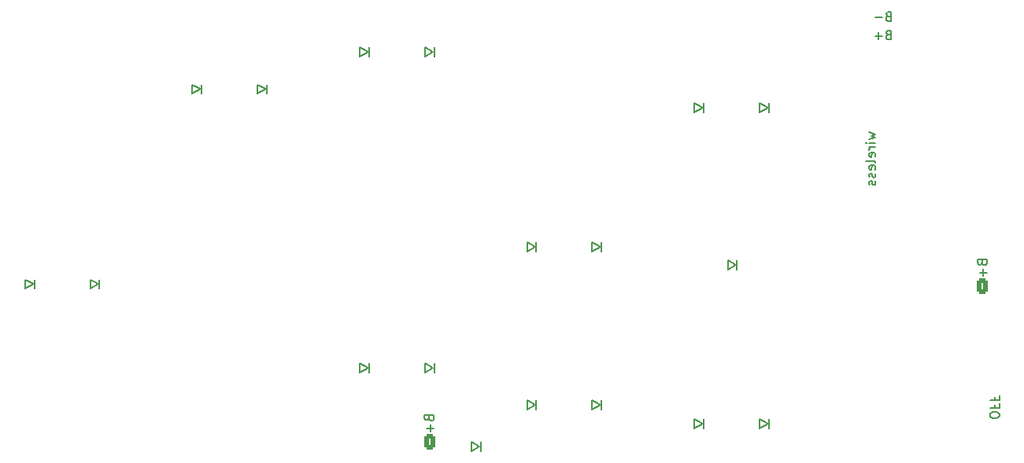
<source format=gbo>
%TF.GenerationSoftware,KiCad,Pcbnew,7.0.1*%
%TF.CreationDate,2023-08-18T18:47:56+06:00*%
%TF.ProjectId,pcb,7063622e-6b69-4636-9164-5f7063625858,rev?*%
%TF.SameCoordinates,Original*%
%TF.FileFunction,Legend,Bot*%
%TF.FilePolarity,Positive*%
%FSLAX46Y46*%
G04 Gerber Fmt 4.6, Leading zero omitted, Abs format (unit mm)*
G04 Created by KiCad (PCBNEW 7.0.1) date 2023-08-18 18:47:56*
%MOMM*%
%LPD*%
G01*
G04 APERTURE LIST*
G04 Aperture macros list*
%AMRoundRect*
0 Rectangle with rounded corners*
0 $1 Rounding radius*
0 $2 $3 $4 $5 $6 $7 $8 $9 X,Y pos of 4 corners*
0 Add a 4 corners polygon primitive as box body*
4,1,4,$2,$3,$4,$5,$6,$7,$8,$9,$2,$3,0*
0 Add four circle primitives for the rounded corners*
1,1,$1+$1,$2,$3*
1,1,$1+$1,$4,$5*
1,1,$1+$1,$6,$7*
1,1,$1+$1,$8,$9*
0 Add four rect primitives between the rounded corners*
20,1,$1+$1,$2,$3,$4,$5,0*
20,1,$1+$1,$4,$5,$6,$7,0*
20,1,$1+$1,$6,$7,$8,$9,0*
20,1,$1+$1,$8,$9,$2,$3,0*%
G04 Aperture macros list end*
%ADD10C,0.150000*%
%ADD11C,0.500000*%
%ADD12C,1.700000*%
%ADD13C,3.400000*%
%ADD14C,2.000000*%
%ADD15R,1.300000X0.950000*%
%ADD16C,1.200000*%
%ADD17O,2.500000X1.700000*%
%ADD18RoundRect,0.250000X0.350000X0.625000X-0.350000X0.625000X-0.350000X-0.625000X0.350000X-0.625000X0*%
%ADD19O,1.200000X1.750000*%
%ADD20C,0.900000*%
%ADD21C,1.397000*%
%ADD22R,0.800000X1.000000*%
%ADD23R,1.500000X0.700000*%
%ADD24O,2.750000X1.800000*%
G04 APERTURE END LIST*
D10*
X179287380Y-100702380D02*
X179287380Y-100511904D01*
X179287380Y-100511904D02*
X179239761Y-100416666D01*
X179239761Y-100416666D02*
X179144523Y-100321428D01*
X179144523Y-100321428D02*
X178954047Y-100273809D01*
X178954047Y-100273809D02*
X178620714Y-100273809D01*
X178620714Y-100273809D02*
X178430238Y-100321428D01*
X178430238Y-100321428D02*
X178335000Y-100416666D01*
X178335000Y-100416666D02*
X178287380Y-100511904D01*
X178287380Y-100511904D02*
X178287380Y-100702380D01*
X178287380Y-100702380D02*
X178335000Y-100797618D01*
X178335000Y-100797618D02*
X178430238Y-100892856D01*
X178430238Y-100892856D02*
X178620714Y-100940475D01*
X178620714Y-100940475D02*
X178954047Y-100940475D01*
X178954047Y-100940475D02*
X179144523Y-100892856D01*
X179144523Y-100892856D02*
X179239761Y-100797618D01*
X179239761Y-100797618D02*
X179287380Y-100702380D01*
X178811190Y-99511904D02*
X178811190Y-99845237D01*
X178287380Y-99845237D02*
X179287380Y-99845237D01*
X179287380Y-99845237D02*
X179287380Y-99369047D01*
X178811190Y-98654761D02*
X178811190Y-98988094D01*
X178287380Y-98988094D02*
X179287380Y-98988094D01*
X179287380Y-98988094D02*
X179287380Y-98511904D01*
X165295952Y-70142857D02*
X165962619Y-70333333D01*
X165962619Y-70333333D02*
X165486428Y-70523809D01*
X165486428Y-70523809D02*
X165962619Y-70714285D01*
X165962619Y-70714285D02*
X165295952Y-70904761D01*
X165962619Y-71285714D02*
X165295952Y-71285714D01*
X164962619Y-71285714D02*
X165010238Y-71238095D01*
X165010238Y-71238095D02*
X165057857Y-71285714D01*
X165057857Y-71285714D02*
X165010238Y-71333333D01*
X165010238Y-71333333D02*
X164962619Y-71285714D01*
X164962619Y-71285714D02*
X165057857Y-71285714D01*
X165962619Y-71761904D02*
X165295952Y-71761904D01*
X165486428Y-71761904D02*
X165391190Y-71809523D01*
X165391190Y-71809523D02*
X165343571Y-71857142D01*
X165343571Y-71857142D02*
X165295952Y-71952380D01*
X165295952Y-71952380D02*
X165295952Y-72047618D01*
X165915000Y-72761904D02*
X165962619Y-72666666D01*
X165962619Y-72666666D02*
X165962619Y-72476190D01*
X165962619Y-72476190D02*
X165915000Y-72380952D01*
X165915000Y-72380952D02*
X165819761Y-72333333D01*
X165819761Y-72333333D02*
X165438809Y-72333333D01*
X165438809Y-72333333D02*
X165343571Y-72380952D01*
X165343571Y-72380952D02*
X165295952Y-72476190D01*
X165295952Y-72476190D02*
X165295952Y-72666666D01*
X165295952Y-72666666D02*
X165343571Y-72761904D01*
X165343571Y-72761904D02*
X165438809Y-72809523D01*
X165438809Y-72809523D02*
X165534047Y-72809523D01*
X165534047Y-72809523D02*
X165629285Y-72333333D01*
X165962619Y-73380952D02*
X165915000Y-73285714D01*
X165915000Y-73285714D02*
X165819761Y-73238095D01*
X165819761Y-73238095D02*
X164962619Y-73238095D01*
X165915000Y-74142857D02*
X165962619Y-74047619D01*
X165962619Y-74047619D02*
X165962619Y-73857143D01*
X165962619Y-73857143D02*
X165915000Y-73761905D01*
X165915000Y-73761905D02*
X165819761Y-73714286D01*
X165819761Y-73714286D02*
X165438809Y-73714286D01*
X165438809Y-73714286D02*
X165343571Y-73761905D01*
X165343571Y-73761905D02*
X165295952Y-73857143D01*
X165295952Y-73857143D02*
X165295952Y-74047619D01*
X165295952Y-74047619D02*
X165343571Y-74142857D01*
X165343571Y-74142857D02*
X165438809Y-74190476D01*
X165438809Y-74190476D02*
X165534047Y-74190476D01*
X165534047Y-74190476D02*
X165629285Y-73714286D01*
X165915000Y-74571429D02*
X165962619Y-74666667D01*
X165962619Y-74666667D02*
X165962619Y-74857143D01*
X165962619Y-74857143D02*
X165915000Y-74952381D01*
X165915000Y-74952381D02*
X165819761Y-75000000D01*
X165819761Y-75000000D02*
X165772142Y-75000000D01*
X165772142Y-75000000D02*
X165676904Y-74952381D01*
X165676904Y-74952381D02*
X165629285Y-74857143D01*
X165629285Y-74857143D02*
X165629285Y-74714286D01*
X165629285Y-74714286D02*
X165581666Y-74619048D01*
X165581666Y-74619048D02*
X165486428Y-74571429D01*
X165486428Y-74571429D02*
X165438809Y-74571429D01*
X165438809Y-74571429D02*
X165343571Y-74619048D01*
X165343571Y-74619048D02*
X165295952Y-74714286D01*
X165295952Y-74714286D02*
X165295952Y-74857143D01*
X165295952Y-74857143D02*
X165343571Y-74952381D01*
X165915000Y-75380953D02*
X165962619Y-75476191D01*
X165962619Y-75476191D02*
X165962619Y-75666667D01*
X165962619Y-75666667D02*
X165915000Y-75761905D01*
X165915000Y-75761905D02*
X165819761Y-75809524D01*
X165819761Y-75809524D02*
X165772142Y-75809524D01*
X165772142Y-75809524D02*
X165676904Y-75761905D01*
X165676904Y-75761905D02*
X165629285Y-75666667D01*
X165629285Y-75666667D02*
X165629285Y-75523810D01*
X165629285Y-75523810D02*
X165581666Y-75428572D01*
X165581666Y-75428572D02*
X165486428Y-75380953D01*
X165486428Y-75380953D02*
X165438809Y-75380953D01*
X165438809Y-75380953D02*
X165343571Y-75428572D01*
X165343571Y-75428572D02*
X165295952Y-75523810D01*
X165295952Y-75523810D02*
X165295952Y-75666667D01*
X165295952Y-75666667D02*
X165343571Y-75761905D01*
X117938809Y-100952381D02*
X117986428Y-101095238D01*
X117986428Y-101095238D02*
X118034047Y-101142857D01*
X118034047Y-101142857D02*
X118129285Y-101190476D01*
X118129285Y-101190476D02*
X118272142Y-101190476D01*
X118272142Y-101190476D02*
X118367380Y-101142857D01*
X118367380Y-101142857D02*
X118415000Y-101095238D01*
X118415000Y-101095238D02*
X118462619Y-101000000D01*
X118462619Y-101000000D02*
X118462619Y-100619048D01*
X118462619Y-100619048D02*
X117462619Y-100619048D01*
X117462619Y-100619048D02*
X117462619Y-100952381D01*
X117462619Y-100952381D02*
X117510238Y-101047619D01*
X117510238Y-101047619D02*
X117557857Y-101095238D01*
X117557857Y-101095238D02*
X117653095Y-101142857D01*
X117653095Y-101142857D02*
X117748333Y-101142857D01*
X117748333Y-101142857D02*
X117843571Y-101095238D01*
X117843571Y-101095238D02*
X117891190Y-101047619D01*
X117891190Y-101047619D02*
X117938809Y-100952381D01*
X117938809Y-100952381D02*
X117938809Y-100619048D01*
X118081666Y-101619048D02*
X118081666Y-102380953D01*
X118462619Y-102000000D02*
X117700714Y-102000000D01*
X167347618Y-59638809D02*
X167204761Y-59686428D01*
X167204761Y-59686428D02*
X167157142Y-59734047D01*
X167157142Y-59734047D02*
X167109523Y-59829285D01*
X167109523Y-59829285D02*
X167109523Y-59972142D01*
X167109523Y-59972142D02*
X167157142Y-60067380D01*
X167157142Y-60067380D02*
X167204761Y-60115000D01*
X167204761Y-60115000D02*
X167299999Y-60162619D01*
X167299999Y-60162619D02*
X167680951Y-60162619D01*
X167680951Y-60162619D02*
X167680951Y-59162619D01*
X167680951Y-59162619D02*
X167347618Y-59162619D01*
X167347618Y-59162619D02*
X167252380Y-59210238D01*
X167252380Y-59210238D02*
X167204761Y-59257857D01*
X167204761Y-59257857D02*
X167157142Y-59353095D01*
X167157142Y-59353095D02*
X167157142Y-59448333D01*
X167157142Y-59448333D02*
X167204761Y-59543571D01*
X167204761Y-59543571D02*
X167252380Y-59591190D01*
X167252380Y-59591190D02*
X167347618Y-59638809D01*
X167347618Y-59638809D02*
X167680951Y-59638809D01*
X166680951Y-59781666D02*
X165919047Y-59781666D01*
X166299999Y-60162619D02*
X166299999Y-59400714D01*
X167347618Y-57638809D02*
X167204761Y-57686428D01*
X167204761Y-57686428D02*
X167157142Y-57734047D01*
X167157142Y-57734047D02*
X167109523Y-57829285D01*
X167109523Y-57829285D02*
X167109523Y-57972142D01*
X167109523Y-57972142D02*
X167157142Y-58067380D01*
X167157142Y-58067380D02*
X167204761Y-58115000D01*
X167204761Y-58115000D02*
X167299999Y-58162619D01*
X167299999Y-58162619D02*
X167680951Y-58162619D01*
X167680951Y-58162619D02*
X167680951Y-57162619D01*
X167680951Y-57162619D02*
X167347618Y-57162619D01*
X167347618Y-57162619D02*
X167252380Y-57210238D01*
X167252380Y-57210238D02*
X167204761Y-57257857D01*
X167204761Y-57257857D02*
X167157142Y-57353095D01*
X167157142Y-57353095D02*
X167157142Y-57448333D01*
X167157142Y-57448333D02*
X167204761Y-57543571D01*
X167204761Y-57543571D02*
X167252380Y-57591190D01*
X167252380Y-57591190D02*
X167347618Y-57638809D01*
X167347618Y-57638809D02*
X167680951Y-57638809D01*
X166680951Y-57781666D02*
X165919047Y-57781666D01*
X177438809Y-84202381D02*
X177486428Y-84345238D01*
X177486428Y-84345238D02*
X177534047Y-84392857D01*
X177534047Y-84392857D02*
X177629285Y-84440476D01*
X177629285Y-84440476D02*
X177772142Y-84440476D01*
X177772142Y-84440476D02*
X177867380Y-84392857D01*
X177867380Y-84392857D02*
X177915000Y-84345238D01*
X177915000Y-84345238D02*
X177962619Y-84250000D01*
X177962619Y-84250000D02*
X177962619Y-83869048D01*
X177962619Y-83869048D02*
X176962619Y-83869048D01*
X176962619Y-83869048D02*
X176962619Y-84202381D01*
X176962619Y-84202381D02*
X177010238Y-84297619D01*
X177010238Y-84297619D02*
X177057857Y-84345238D01*
X177057857Y-84345238D02*
X177153095Y-84392857D01*
X177153095Y-84392857D02*
X177248333Y-84392857D01*
X177248333Y-84392857D02*
X177343571Y-84345238D01*
X177343571Y-84345238D02*
X177391190Y-84297619D01*
X177391190Y-84297619D02*
X177438809Y-84202381D01*
X177438809Y-84202381D02*
X177438809Y-83869048D01*
X177581666Y-84869048D02*
X177581666Y-85630953D01*
X177962619Y-85250000D02*
X177200714Y-85250000D01*
X129500000Y-83000000D02*
X129500000Y-82000000D01*
X129400000Y-82500000D02*
X128500000Y-83000000D01*
X128500000Y-83000000D02*
X128500000Y-82000000D01*
X128500000Y-82000000D02*
X129400000Y-82500000D01*
X154500000Y-68000000D02*
X154500000Y-67000000D01*
X154400000Y-67500000D02*
X153500000Y-68000000D01*
X153500000Y-68000000D02*
X153500000Y-67000000D01*
X153500000Y-67000000D02*
X154400000Y-67500000D01*
X147500000Y-68000000D02*
X147500000Y-67000000D01*
X147400000Y-67500000D02*
X146500000Y-68000000D01*
X146500000Y-68000000D02*
X146500000Y-67000000D01*
X146500000Y-67000000D02*
X147400000Y-67500000D01*
X154500000Y-102000000D02*
X154500000Y-101000000D01*
X154400000Y-101500000D02*
X153500000Y-102000000D01*
X153500000Y-102000000D02*
X153500000Y-101000000D01*
X153500000Y-101000000D02*
X154400000Y-101500000D01*
X136500000Y-100000000D02*
X136500000Y-99000000D01*
X136400000Y-99500000D02*
X135500000Y-100000000D01*
X135500000Y-100000000D02*
X135500000Y-99000000D01*
X135500000Y-99000000D02*
X136400000Y-99500000D01*
X151080000Y-84940000D02*
X151080000Y-83940000D01*
X150980000Y-84440000D02*
X150080000Y-84940000D01*
X150080000Y-84940000D02*
X150080000Y-83940000D01*
X150080000Y-83940000D02*
X150980000Y-84440000D01*
X147500000Y-102000000D02*
X147500000Y-101000000D01*
X147400000Y-101500000D02*
X146500000Y-102000000D01*
X146500000Y-102000000D02*
X146500000Y-101000000D01*
X146500000Y-101000000D02*
X147400000Y-101500000D01*
X123500000Y-104500000D02*
X123500000Y-103500000D01*
X123400000Y-104000000D02*
X122500000Y-104500000D01*
X122500000Y-104500000D02*
X122500000Y-103500000D01*
X122500000Y-103500000D02*
X123400000Y-104000000D01*
X111500000Y-96000000D02*
X111500000Y-95000000D01*
X111400000Y-95500000D02*
X110500000Y-96000000D01*
X110500000Y-96000000D02*
X110500000Y-95000000D01*
X110500000Y-95000000D02*
X111400000Y-95500000D01*
X111500000Y-62000000D02*
X111500000Y-61000000D01*
X111400000Y-61500000D02*
X110500000Y-62000000D01*
X110500000Y-62000000D02*
X110500000Y-61000000D01*
X110500000Y-61000000D02*
X111400000Y-61500000D01*
X118500000Y-96000000D02*
X118500000Y-95000000D01*
X118400000Y-95500000D02*
X117500000Y-96000000D01*
X117500000Y-96000000D02*
X117500000Y-95000000D01*
X117500000Y-95000000D02*
X118400000Y-95500000D01*
X118500000Y-62000000D02*
X118500000Y-61000000D01*
X118400000Y-61500000D02*
X117500000Y-62000000D01*
X117500000Y-62000000D02*
X117500000Y-61000000D01*
X117500000Y-61000000D02*
X118400000Y-61500000D01*
X129500000Y-100000000D02*
X129500000Y-99000000D01*
X129400000Y-99500000D02*
X128500000Y-100000000D01*
X128500000Y-100000000D02*
X128500000Y-99000000D01*
X128500000Y-99000000D02*
X129400000Y-99500000D01*
X82500000Y-87000000D02*
X82500000Y-86000000D01*
X82400000Y-86500000D02*
X81500000Y-87000000D01*
X81500000Y-87000000D02*
X81500000Y-86000000D01*
X81500000Y-86000000D02*
X82400000Y-86500000D01*
X75500000Y-87000000D02*
X75500000Y-86000000D01*
X75400000Y-86500000D02*
X74500000Y-87000000D01*
X74500000Y-87000000D02*
X74500000Y-86000000D01*
X74500000Y-86000000D02*
X75400000Y-86500000D01*
X100500000Y-66000000D02*
X100500000Y-65000000D01*
X100400000Y-65500000D02*
X99500000Y-66000000D01*
X99500000Y-66000000D02*
X99500000Y-65000000D01*
X99500000Y-65000000D02*
X100400000Y-65500000D01*
X93500000Y-66000000D02*
X93500000Y-65000000D01*
X93400000Y-65500000D02*
X92500000Y-66000000D01*
X92500000Y-66000000D02*
X92500000Y-65000000D01*
X92500000Y-65000000D02*
X93400000Y-65500000D01*
X136500000Y-83000000D02*
X136500000Y-82000000D01*
X136400000Y-82500000D02*
X135500000Y-83000000D01*
X135500000Y-83000000D02*
X135500000Y-82000000D01*
X135500000Y-82000000D02*
X136400000Y-82500000D01*
%LPC*%
D11*
X167210000Y-90225000D02*
X165540000Y-88075000D01*
X167210000Y-90225000D02*
X167210000Y-86325000D01*
X165540000Y-88075000D02*
X169140000Y-88045000D01*
X168240000Y-90245000D02*
X168240000Y-86345000D01*
D10*
X85589523Y-53140000D02*
X85446666Y-53187619D01*
X85446666Y-53187619D02*
X85208571Y-53187619D01*
X85208571Y-53187619D02*
X85113333Y-53140000D01*
X85113333Y-53140000D02*
X85065714Y-53092380D01*
X85065714Y-53092380D02*
X85018095Y-52997142D01*
X85018095Y-52997142D02*
X85018095Y-52901904D01*
X85018095Y-52901904D02*
X85065714Y-52806666D01*
X85065714Y-52806666D02*
X85113333Y-52759047D01*
X85113333Y-52759047D02*
X85208571Y-52711428D01*
X85208571Y-52711428D02*
X85399047Y-52663809D01*
X85399047Y-52663809D02*
X85494285Y-52616190D01*
X85494285Y-52616190D02*
X85541904Y-52568571D01*
X85541904Y-52568571D02*
X85589523Y-52473333D01*
X85589523Y-52473333D02*
X85589523Y-52378095D01*
X85589523Y-52378095D02*
X85541904Y-52282857D01*
X85541904Y-52282857D02*
X85494285Y-52235238D01*
X85494285Y-52235238D02*
X85399047Y-52187619D01*
X85399047Y-52187619D02*
X85160952Y-52187619D01*
X85160952Y-52187619D02*
X85018095Y-52235238D01*
X84589523Y-53187619D02*
X84589523Y-52187619D01*
X84589523Y-52663809D02*
X84018095Y-52663809D01*
X84018095Y-53187619D02*
X84018095Y-52187619D01*
X83351428Y-52187619D02*
X83160952Y-52187619D01*
X83160952Y-52187619D02*
X83065714Y-52235238D01*
X83065714Y-52235238D02*
X82970476Y-52330476D01*
X82970476Y-52330476D02*
X82922857Y-52520952D01*
X82922857Y-52520952D02*
X82922857Y-52854285D01*
X82922857Y-52854285D02*
X82970476Y-53044761D01*
X82970476Y-53044761D02*
X83065714Y-53140000D01*
X83065714Y-53140000D02*
X83160952Y-53187619D01*
X83160952Y-53187619D02*
X83351428Y-53187619D01*
X83351428Y-53187619D02*
X83446666Y-53140000D01*
X83446666Y-53140000D02*
X83541904Y-53044761D01*
X83541904Y-53044761D02*
X83589523Y-52854285D01*
X83589523Y-52854285D02*
X83589523Y-52520952D01*
X83589523Y-52520952D02*
X83541904Y-52330476D01*
X83541904Y-52330476D02*
X83446666Y-52235238D01*
X83446666Y-52235238D02*
X83351428Y-52187619D01*
X81732380Y-53187619D02*
X81732380Y-52187619D01*
X81732380Y-52568571D02*
X81637142Y-52520952D01*
X81637142Y-52520952D02*
X81446666Y-52520952D01*
X81446666Y-52520952D02*
X81351428Y-52568571D01*
X81351428Y-52568571D02*
X81303809Y-52616190D01*
X81303809Y-52616190D02*
X81256190Y-52711428D01*
X81256190Y-52711428D02*
X81256190Y-52997142D01*
X81256190Y-52997142D02*
X81303809Y-53092380D01*
X81303809Y-53092380D02*
X81351428Y-53140000D01*
X81351428Y-53140000D02*
X81446666Y-53187619D01*
X81446666Y-53187619D02*
X81637142Y-53187619D01*
X81637142Y-53187619D02*
X81732380Y-53140000D01*
X80922856Y-52520952D02*
X80684761Y-53187619D01*
X80446666Y-52520952D02*
X80684761Y-53187619D01*
X80684761Y-53187619D02*
X80779999Y-53425714D01*
X80779999Y-53425714D02*
X80827618Y-53473333D01*
X80827618Y-53473333D02*
X80922856Y-53520952D01*
X78875237Y-52520952D02*
X78875237Y-53187619D01*
X79303808Y-52520952D02*
X79303808Y-53044761D01*
X79303808Y-53044761D02*
X79256189Y-53140000D01*
X79256189Y-53140000D02*
X79160951Y-53187619D01*
X79160951Y-53187619D02*
X79018094Y-53187619D01*
X79018094Y-53187619D02*
X78922856Y-53140000D01*
X78922856Y-53140000D02*
X78875237Y-53092380D01*
X77684761Y-52140000D02*
X78541903Y-53425714D01*
X77494284Y-52520952D02*
X77113332Y-52520952D01*
X77351427Y-53187619D02*
X77351427Y-52330476D01*
X77351427Y-52330476D02*
X77303808Y-52235238D01*
X77303808Y-52235238D02*
X77208570Y-52187619D01*
X77208570Y-52187619D02*
X77113332Y-52187619D01*
X76779998Y-53187619D02*
X76779998Y-52520952D01*
X76779998Y-52616190D02*
X76732379Y-52568571D01*
X76732379Y-52568571D02*
X76637141Y-52520952D01*
X76637141Y-52520952D02*
X76494284Y-52520952D01*
X76494284Y-52520952D02*
X76399046Y-52568571D01*
X76399046Y-52568571D02*
X76351427Y-52663809D01*
X76351427Y-52663809D02*
X76351427Y-53187619D01*
X76351427Y-52663809D02*
X76303808Y-52568571D01*
X76303808Y-52568571D02*
X76208570Y-52520952D01*
X76208570Y-52520952D02*
X76065713Y-52520952D01*
X76065713Y-52520952D02*
X75970474Y-52568571D01*
X75970474Y-52568571D02*
X75922855Y-52663809D01*
X75922855Y-52663809D02*
X75922855Y-53187619D01*
X75018094Y-53187619D02*
X75018094Y-52663809D01*
X75018094Y-52663809D02*
X75065713Y-52568571D01*
X75065713Y-52568571D02*
X75160951Y-52520952D01*
X75160951Y-52520952D02*
X75351427Y-52520952D01*
X75351427Y-52520952D02*
X75446665Y-52568571D01*
X75018094Y-53140000D02*
X75113332Y-53187619D01*
X75113332Y-53187619D02*
X75351427Y-53187619D01*
X75351427Y-53187619D02*
X75446665Y-53140000D01*
X75446665Y-53140000D02*
X75494284Y-53044761D01*
X75494284Y-53044761D02*
X75494284Y-52949523D01*
X75494284Y-52949523D02*
X75446665Y-52854285D01*
X75446665Y-52854285D02*
X75351427Y-52806666D01*
X75351427Y-52806666D02*
X75113332Y-52806666D01*
X75113332Y-52806666D02*
X75018094Y-52759047D01*
X74589522Y-53140000D02*
X74494284Y-53187619D01*
X74494284Y-53187619D02*
X74303808Y-53187619D01*
X74303808Y-53187619D02*
X74208570Y-53140000D01*
X74208570Y-53140000D02*
X74160951Y-53044761D01*
X74160951Y-53044761D02*
X74160951Y-52997142D01*
X74160951Y-52997142D02*
X74208570Y-52901904D01*
X74208570Y-52901904D02*
X74303808Y-52854285D01*
X74303808Y-52854285D02*
X74446665Y-52854285D01*
X74446665Y-52854285D02*
X74541903Y-52806666D01*
X74541903Y-52806666D02*
X74589522Y-52711428D01*
X74589522Y-52711428D02*
X74589522Y-52663809D01*
X74589522Y-52663809D02*
X74541903Y-52568571D01*
X74541903Y-52568571D02*
X74446665Y-52520952D01*
X74446665Y-52520952D02*
X74303808Y-52520952D01*
X74303808Y-52520952D02*
X74208570Y-52568571D01*
X73732379Y-53187619D02*
X73732379Y-52187619D01*
X73303808Y-53187619D02*
X73303808Y-52663809D01*
X73303808Y-52663809D02*
X73351427Y-52568571D01*
X73351427Y-52568571D02*
X73446665Y-52520952D01*
X73446665Y-52520952D02*
X73589522Y-52520952D01*
X73589522Y-52520952D02*
X73684760Y-52568571D01*
X73684760Y-52568571D02*
X73732379Y-52616190D01*
X72303808Y-53187619D02*
X72875236Y-53187619D01*
X72589522Y-53187619D02*
X72589522Y-52187619D01*
X72589522Y-52187619D02*
X72684760Y-52330476D01*
X72684760Y-52330476D02*
X72779998Y-52425714D01*
X72779998Y-52425714D02*
X72875236Y-52473333D01*
X71446665Y-52187619D02*
X71637141Y-52187619D01*
X71637141Y-52187619D02*
X71732379Y-52235238D01*
X71732379Y-52235238D02*
X71779998Y-52282857D01*
X71779998Y-52282857D02*
X71875236Y-52425714D01*
X71875236Y-52425714D02*
X71922855Y-52616190D01*
X71922855Y-52616190D02*
X71922855Y-52997142D01*
X71922855Y-52997142D02*
X71875236Y-53092380D01*
X71875236Y-53092380D02*
X71827617Y-53140000D01*
X71827617Y-53140000D02*
X71732379Y-53187619D01*
X71732379Y-53187619D02*
X71541903Y-53187619D01*
X71541903Y-53187619D02*
X71446665Y-53140000D01*
X71446665Y-53140000D02*
X71399046Y-53092380D01*
X71399046Y-53092380D02*
X71351427Y-52997142D01*
X71351427Y-52997142D02*
X71351427Y-52759047D01*
X71351427Y-52759047D02*
X71399046Y-52663809D01*
X71399046Y-52663809D02*
X71446665Y-52616190D01*
X71446665Y-52616190D02*
X71541903Y-52568571D01*
X71541903Y-52568571D02*
X71732379Y-52568571D01*
X71732379Y-52568571D02*
X71827617Y-52616190D01*
X71827617Y-52616190D02*
X71875236Y-52663809D01*
X71875236Y-52663809D02*
X71922855Y-52759047D01*
G36*
X99867833Y-104314815D02*
G01*
X99867833Y-104708619D01*
X98857124Y-105314315D01*
X98653880Y-105434828D01*
X98271600Y-105664576D01*
X98062035Y-105832156D01*
X98031931Y-105978293D01*
X98188029Y-106143709D01*
X98537076Y-106369127D01*
X99085813Y-106695271D01*
X99867833Y-107163981D01*
X99867833Y-108522217D01*
X99867833Y-108531277D01*
X99867833Y-109898572D01*
X96927439Y-109898572D01*
X93987045Y-109898572D01*
X93987045Y-108522217D01*
X95363399Y-108522217D01*
X96927439Y-108522217D01*
X98491478Y-108522217D01*
X98491478Y-108218780D01*
X98456059Y-108054875D01*
X98312933Y-107870246D01*
X98023301Y-107644863D01*
X97548617Y-107342918D01*
X97356074Y-107226694D01*
X96961187Y-106993039D01*
X96676191Y-106831077D01*
X96552731Y-106770493D01*
X96488609Y-106796930D01*
X96258920Y-106921466D01*
X95931553Y-107113671D01*
X95687886Y-107266856D01*
X95470472Y-107453871D01*
X95380882Y-107666133D01*
X95363399Y-107989533D01*
X95363399Y-108522217D01*
X93987045Y-108522217D01*
X93987045Y-106395124D01*
X93987045Y-105018769D01*
X95363399Y-105018769D01*
X95373756Y-105360334D01*
X95407759Y-105654896D01*
X95457242Y-105767403D01*
X95524111Y-105738020D01*
X95764834Y-105604676D01*
X96126596Y-105393334D01*
X96555239Y-105136800D01*
X96996603Y-104867876D01*
X97396530Y-104619368D01*
X97700861Y-104424080D01*
X97855436Y-104314815D01*
X97810074Y-104300494D01*
X97566649Y-104283729D01*
X97158552Y-104272272D01*
X96635485Y-104268030D01*
X95363399Y-104268030D01*
X95363399Y-105018769D01*
X93987045Y-105018769D01*
X93987045Y-102891675D01*
X96927439Y-102891675D01*
X99867833Y-102891675D01*
X99867833Y-103800147D01*
X99867833Y-104314815D01*
G37*
D12*
X141620372Y-113559582D03*
D13*
X146990000Y-114750000D03*
D12*
X152359628Y-115940418D03*
D14*
X145713006Y-120510146D03*
X141286049Y-117377727D03*
D15*
X130775000Y-82500000D03*
X127225000Y-82500000D03*
D12*
X145000000Y-93000000D03*
D13*
X150500000Y-93000000D03*
D12*
X156000000Y-93000000D03*
D14*
X150500000Y-98900000D03*
X145500000Y-96800000D03*
D12*
X145000000Y-76000000D03*
D13*
X150500000Y-76000000D03*
D12*
X156000000Y-76000000D03*
D14*
X150500000Y-81900000D03*
X145500000Y-79800000D03*
D16*
X177900000Y-74375000D03*
X170900000Y-74375000D03*
X177900000Y-76125000D03*
X170900000Y-76125000D03*
D17*
X173100000Y-78225000D03*
X176100000Y-78225000D03*
X167600000Y-74025000D03*
X169100000Y-78225000D03*
D18*
X118000000Y-103500000D03*
D19*
X116000000Y-103500000D03*
D12*
X109000000Y-53000000D03*
D13*
X114500000Y-53000000D03*
D12*
X120000000Y-53000000D03*
D14*
X114500000Y-58900000D03*
X109500000Y-56800000D03*
D15*
X155775000Y-67500000D03*
X152225000Y-67500000D03*
D12*
X72980000Y-61870000D03*
D13*
X78480000Y-61870000D03*
D12*
X83980000Y-61870000D03*
D14*
X78480000Y-67770000D03*
X73480000Y-65670000D03*
D12*
X91000000Y-91000000D03*
D13*
X96500000Y-91000000D03*
D12*
X102000000Y-91000000D03*
D14*
X96500000Y-96900000D03*
X91500000Y-94800000D03*
D12*
X91000000Y-57000000D03*
D13*
X96500000Y-57000000D03*
D12*
X102000000Y-57000000D03*
D14*
X96500000Y-62900000D03*
X91500000Y-60800000D03*
D15*
X148775000Y-67500000D03*
X145225000Y-67500000D03*
X155775000Y-101500000D03*
X152225000Y-101500000D03*
X137775000Y-99500000D03*
X134225000Y-99500000D03*
X152355000Y-84440000D03*
X148805000Y-84440000D03*
X148775000Y-101500000D03*
X145225000Y-101500000D03*
D12*
X127000000Y-91000000D03*
D13*
X132500000Y-91000000D03*
D12*
X138000000Y-91000000D03*
D14*
X132500000Y-96900000D03*
X127500000Y-94800000D03*
D20*
X177580000Y-95500000D03*
X177580000Y-92500000D03*
D12*
X145000000Y-59000000D03*
D13*
X150500000Y-59000000D03*
D12*
X156000000Y-59000000D03*
D14*
X150500000Y-64900000D03*
X145500000Y-62800000D03*
D15*
X124775000Y-104000000D03*
X121225000Y-104000000D03*
D12*
X109000000Y-87000000D03*
D13*
X114500000Y-87000000D03*
D12*
X120000000Y-87000000D03*
D14*
X114500000Y-92900000D03*
X109500000Y-90800000D03*
D15*
X112775000Y-95500000D03*
X109225000Y-95500000D03*
D21*
X168230000Y-51428000D03*
X170770000Y-51428000D03*
X168230000Y-53968000D03*
X170770000Y-53968000D03*
X165055000Y-59683000D03*
X165055000Y-57778000D03*
X173310000Y-69208000D03*
X175215000Y-69208000D03*
D15*
X112775000Y-61500000D03*
X109225000Y-61500000D03*
X119775000Y-95500000D03*
X116225000Y-95500000D03*
X119775000Y-61500000D03*
X116225000Y-61500000D03*
X130775000Y-99500000D03*
X127225000Y-99500000D03*
D12*
X109000000Y-70000000D03*
D13*
X114500000Y-70000000D03*
D12*
X120000000Y-70000000D03*
D14*
X114500000Y-75900000D03*
X109500000Y-73800000D03*
D12*
X169031111Y-115721691D03*
D13*
X167150000Y-120890000D03*
D12*
X165268889Y-126058309D03*
D14*
X161605814Y-118872081D03*
X165289269Y-114891860D03*
D15*
X83775000Y-86500000D03*
X80225000Y-86500000D03*
D12*
X127000000Y-57000000D03*
D13*
X132500000Y-57000000D03*
D12*
X138000000Y-57000000D03*
D14*
X132500000Y-62900000D03*
X127500000Y-60800000D03*
D18*
X177500000Y-86750000D03*
D19*
X175500000Y-86750000D03*
D12*
X115210000Y-112130000D03*
D13*
X120710000Y-112130000D03*
D12*
X126210000Y-112130000D03*
D14*
X120710000Y-118030000D03*
X115710000Y-115930000D03*
D15*
X76775000Y-86500000D03*
X73225000Y-86500000D03*
D12*
X127000000Y-74000000D03*
D13*
X132500000Y-74000000D03*
D12*
X138000000Y-74000000D03*
D14*
X132500000Y-79900000D03*
X127500000Y-77800000D03*
D12*
X72990000Y-95870000D03*
D13*
X78490000Y-95870000D03*
D12*
X83990000Y-95870000D03*
D14*
X78490000Y-101770000D03*
X73490000Y-99670000D03*
D12*
X72990000Y-78870000D03*
D13*
X78490000Y-78870000D03*
D12*
X83990000Y-78870000D03*
D14*
X78490000Y-84770000D03*
X73490000Y-82670000D03*
D15*
X101775000Y-65500000D03*
X98225000Y-65500000D03*
X94775000Y-65500000D03*
X91225000Y-65500000D03*
X137775000Y-82500000D03*
X134225000Y-82500000D03*
D12*
X91000000Y-74000000D03*
D13*
X96500000Y-74000000D03*
D12*
X102000000Y-74000000D03*
D14*
X96500000Y-79900000D03*
X91500000Y-77800000D03*
D22*
X178680000Y-90350000D03*
X176470000Y-90350000D03*
D20*
X177580000Y-92500000D03*
X177580000Y-95500000D03*
D22*
X178680000Y-97650000D03*
X176470000Y-97650000D03*
D23*
X175820000Y-91750000D03*
X175820000Y-94750000D03*
X175820000Y-96250000D03*
D24*
X177594960Y-52380000D03*
X177594960Y-54920000D03*
X177594960Y-57460000D03*
X177594960Y-60000000D03*
X177594960Y-62540000D03*
X177594960Y-65080000D03*
X177594960Y-67620000D03*
X161405040Y-67620000D03*
X161405040Y-65080000D03*
X161405040Y-62540000D03*
X161405040Y-60000000D03*
X161405040Y-57460000D03*
X161405040Y-54920000D03*
X161405040Y-52380000D03*
D21*
X170770000Y-51428000D03*
X168230000Y-51428000D03*
X170770000Y-53968000D03*
X168230000Y-53968000D03*
X173945000Y-59683000D03*
X173945000Y-57778000D03*
X165690000Y-69208000D03*
X163785000Y-69208000D03*
M02*

</source>
